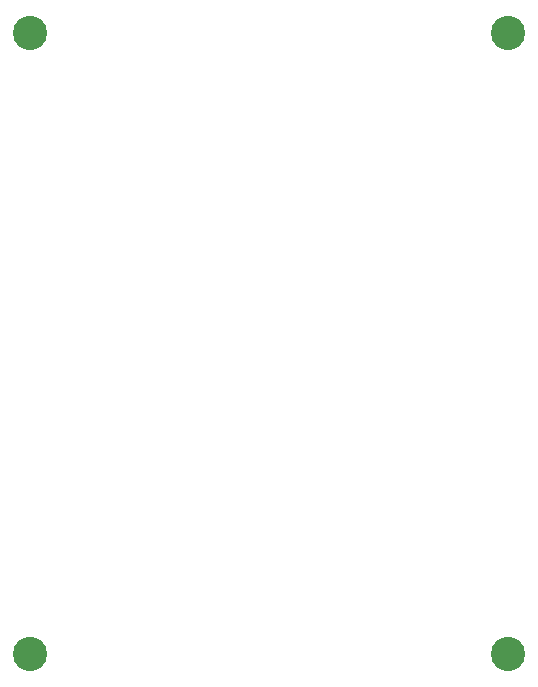
<source format=gbr>
G04 #@! TF.FileFunction,Soldermask,Bot*
%FSLAX46Y46*%
G04 Gerber Fmt 4.6, Leading zero omitted, Abs format (unit mm)*
G04 Created by KiCad (PCBNEW 4.0.7-e2-6376~61~ubuntu18.04.1) date Wed Sep  5 15:10:53 2018*
%MOMM*%
%LPD*%
G01*
G04 APERTURE LIST*
%ADD10C,0.100000*%
%ADD11C,2.899360*%
G04 APERTURE END LIST*
D10*
D11*
X104750000Y-53750000D03*
X104750000Y-106250000D03*
X145250000Y-106250000D03*
X145250000Y-53750000D03*
M02*

</source>
